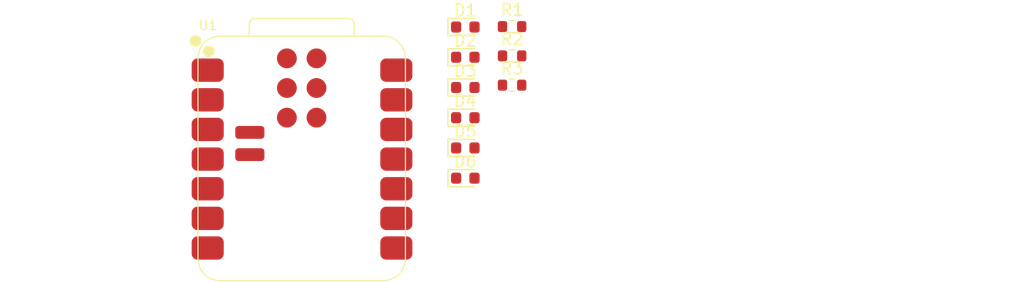
<source format=kicad_pcb>
(kicad_pcb (version 20240108) (generator "pcbnew") (generator_version "8.0")
  (layers (0 "F.Cu" signal) (31 "B.Cu" signal) (34 "B.Paste" user) (35 "F.Paste" user) (36 "B.SilkS" user "B.Silkscreen") (37 "F.SilkS" user "F.Silkscreen") (38 "B.Mask" user) (39 "F.Mask" user) (44 "Edge.Cuts" user))
  (net 0 "")
  (net 1 "Xiao_Esp32c3.pwr_out")
  (net 2 "Xiao_Esp32c3.gnd")
  (net 3 "Xiao_Esp32c3.vusb_out")
  (net 4 "CharlieplexedLedMatrix.led[0_0].k")
  (net 5 "CharlieplexedLedMatrix.led[0_1].k")
  (net 6 "CharlieplexedLedMatrix.led[0_2].k")
  (net 7 "Xiao_Esp32c3.gpio.gpio_14_1")
  (net 8 "Xiao_Esp32c3.gpio.gpio_14_2")
  (net 9 "Xiao_Esp32c3.gpio.gpio_14_0")
  (footprint "Resistor_SMD:R_0603_1608Metric" (layer "F.Cu") (at 111.2225 90.52)
    (property "Reference" "R2" (at 0 -1.43 0) (layer "F.SilkS"))
    (property "Value" "±1% 1/10W Thick Film Resistors 75V ±100ppm/℃ -55℃~+155℃ 1kΩ 0603 Chip Resistor - Surface Mount ROHS")
    (fp_line (start -0.237258 -0.5225) (end 0.237258 -0.5225) (stroke (width 0.12)) (layer "F.SilkS"))
    (fp_line (start -0.237258 0.5225) (end 0.237258 0.5225) (stroke (width 0.12)) (layer "F.SilkS"))
    (pad "1" smd roundrect (at -0.825 0) (size 0.8 0.95) (layers "F.Cu" "F.Paste" "F.Mask") (net 5 "CharlieplexedLedMatrix.led[0_1].k"))
    (pad "2" smd roundrect (at 0.825 0) (size 0.8 0.95) (layers "F.Cu" "F.Paste" "F.Mask") (net 7 "Xiao_Esp32c3.gpio.gpio_14_1"))
  )
  (footprint "LED_SMD:LED_0603_1608Metric" (layer "F.Cu") (at 107.2125 88.05)
    (property "Reference" "D1" (at 0 -1.43 0) (layer "F.SilkS"))
    (property "Value" "Red 615~630nm 1.9~2.2V 0603 Light Emitting Diodes (LED) RoHS")
    (fp_line (start -1.485 -0.735) (end -1.485 0.735) (stroke (width 0.12)) (layer "F.SilkS"))
    (fp_line (start -1.485 0.735) (end 0.8 0.735) (stroke (width 0.12)) (layer "F.SilkS"))
    (fp_line (start 0.8 -0.735) (end -1.485 -0.735) (stroke (width 0.12)) (layer "F.SilkS"))
    (pad "1" smd roundrect (at -0.7875 0) (size 0.875 0.95) (layers "F.Cu" "F.Paste" "F.Mask") (net 4 "CharlieplexedLedMatrix.led[0_0].k"))
    (pad "2" smd roundrect (at 0.7875 0) (size 0.875 0.95) (layers "F.Cu" "F.Paste" "F.Mask") (net 7 "Xiao_Esp32c3.gpio.gpio_14_1"))
  )
  (footprint "LED_SMD:LED_0603_1608Metric" (layer "F.Cu") (at 107.2125 98.41)
    (property "Reference" "D5" (at 0 -1.43 0) (layer "F.SilkS"))
    (property "Value" "Red 615~630nm 1.9~2.2V 0603 Light Emitting Diodes (LED) RoHS")
    (fp_line (start -1.485 -0.735) (end -1.485 0.735) (stroke (width 0.12)) (layer "F.SilkS"))
    (fp_line (start -1.485 0.735) (end 0.8 0.735) (stroke (width 0.12)) (layer "F.SilkS"))
    (fp_line (start 0.8 -0.735) (end -1.485 -0.735) (stroke (width 0.12)) (layer "F.SilkS"))
    (pad "1" smd roundrect (at -0.7875 0) (size 0.875 0.95) (layers "F.Cu" "F.Paste" "F.Mask") (net 6 "CharlieplexedLedMatrix.led[0_2].k"))
    (pad "2" smd roundrect (at 0.7875 0) (size 0.875 0.95) (layers "F.Cu" "F.Paste" "F.Mask") (net 9 "Xiao_Esp32c3.gpio.gpio_14_0"))
  )
  (footprint "LED_SMD:LED_0603_1608Metric" (layer "F.Cu") (at 107.2125 90.64)
    (property "Reference" "D2" (at 0 -1.43 0) (layer "F.SilkS"))
    (property "Value" "Red 615~630nm 1.9~2.2V 0603 Light Emitting Diodes (LED) RoHS")
    (fp_line (start -1.485 -0.735) (end -1.485 0.735) (stroke (width 0.12)) (layer "F.SilkS"))
    (fp_line (start -1.485 0.735) (end 0.8 0.735) (stroke (width 0.12)) (layer "F.SilkS"))
    (fp_line (start 0.8 -0.735) (end -1.485 -0.735) (stroke (width 0.12)) (layer "F.SilkS"))
    (pad "1" smd roundrect (at -0.7875 0) (size 0.875 0.95) (layers "F.Cu" "F.Paste" "F.Mask") (net 4 "CharlieplexedLedMatrix.led[0_0].k"))
    (pad "2" smd roundrect (at 0.7875 0) (size 0.875 0.95) (layers "F.Cu" "F.Paste" "F.Mask") (net 8 "Xiao_Esp32c3.gpio.gpio_14_2"))
  )
  (footprint "LED_SMD:LED_0603_1608Metric" (layer "F.Cu") (at 107.2125 101)
    (property "Reference" "D6" (at 0 -1.43 0) (layer "F.SilkS"))
    (property "Value" "Red 615~630nm 1.9~2.2V 0603 Light Emitting Diodes (LED) RoHS")
    (fp_line (start -1.485 -0.735) (end -1.485 0.735) (stroke (width 0.12)) (layer "F.SilkS"))
    (fp_line (start -1.485 0.735) (end 0.8 0.735) (stroke (width 0.12)) (layer "F.SilkS"))
    (fp_line (start 0.8 -0.735) (end -1.485 -0.735) (stroke (width 0.12)) (layer "F.SilkS"))
    (pad "1" smd roundrect (at -0.7875 0) (size 0.875 0.95) (layers "F.Cu" "F.Paste" "F.Mask") (net 6 "CharlieplexedLedMatrix.led[0_2].k"))
    (pad "2" smd roundrect (at 0.7875 0) (size 0.875 0.95) (layers "F.Cu" "F.Paste" "F.Mask") (net 7 "Xiao_Esp32c3.gpio.gpio_14_1"))
  )
  (footprint "Resistor_SMD:R_0603_1608Metric" (layer "F.Cu") (at 111.2225 88.01)
    (property "Reference" "R1" (at 0 -1.43 0) (layer "F.SilkS"))
    (property "Value" "±1% 1/10W Thick Film Resistors 75V ±100ppm/℃ -55℃~+155℃ 1kΩ 0603 Chip Resistor - Surface Mount ROHS")
    (fp_line (start -0.237258 -0.5225) (end 0.237258 -0.5225) (stroke (width 0.12)) (layer "F.SilkS"))
    (fp_line (start -0.237258 0.5225) (end 0.237258 0.5225) (stroke (width 0.12)) (layer "F.SilkS"))
    (pad "1" smd roundrect (at -0.825 0) (size 0.8 0.95) (layers "F.Cu" "F.Paste" "F.Mask") (net 4 "CharlieplexedLedMatrix.led[0_0].k"))
    (pad "2" smd roundrect (at 0.825 0) (size 0.8 0.95) (layers "F.Cu" "F.Paste" "F.Mask") (net 9 "Xiao_Esp32c3.gpio.gpio_14_0"))
  )
  (footprint "Seeed Studio XIAO Series Library:XIAO-ESP32C3-SMD" (layer "F.Cu") (at 93.1365 99.3255)
    (property "Reference" "U1" (at -8.835 -10.96 0) (layer "F.SilkS") (effects (font (size 0.78232 0.78232) (thickness 0.10668)) (justify left bottom)))
    (property "Value" "XIAO ESP32C3")
    (fp_line (start -8.835 8.553) (end -8.835 -8.592) (stroke (width 0.1)) (layer "F.SilkS"))
    (fp_line (start -6.93 10.458) (end 7.04 10.458) (stroke (width 0.1)) (layer "F.SilkS"))
    (fp_line (start -4.44 -10.497) (end -4.436272 -11.507272) (stroke (width 0.127)) (layer "F.SilkS"))
    (fp_line (start -3.936272 -12.007) (end 4.059 -12.007) (stroke (width 0.127)) (layer "F.SilkS"))
    (fp_line (start 4.559 -11.507) (end 4.559 -10.497) (stroke (width 0.127)) (layer "F.SilkS"))
    (fp_line (start 7.04 -10.497) (end -6.93 -10.497) (stroke (width 0.1)) (layer "F.SilkS"))
    (fp_line (start 8.945 8.553) (end 8.945 -8.592) (stroke (width 0.1)) (layer "F.SilkS"))
    (fp_arc (start -8.835 -8.596) (mid -8.277038 -9.943038) (end -6.93 -10.501) (stroke (width 0.1)) (layer "F.SilkS"))
    (fp_arc (start -6.93 10.458) (mid -8.277038 9.900038) (end -8.835 8.553) (stroke (width 0.1)) (layer "F.SilkS"))
    (fp_arc (start -4.436272 -11.507272) (mid -4.289724 -11.860644) (end -3.936272 -12.007) (stroke (width 0.127)) (layer "F.SilkS"))
    (fp_arc (start 4.059 -12.007) (mid 4.412553 -11.860553) (end 4.559 -11.507) (stroke (width 0.127)) (layer "F.SilkS"))
    (fp_arc (start 7.04 -10.497) (mid 8.387038 -9.939038) (end 8.945 -8.592) (stroke (width 0.1)) (layer "F.SilkS"))
    (fp_arc (start 8.945 8.553) (mid 8.387038 9.900038) (end 7.04 10.458) (stroke (width 0.1)) (layer "F.SilkS"))
    (fp_circle (center -9.045 -10.081) (end -9.045 -10.335) (stroke (width 0.5)) (fill solid) (layer "F.SilkS"))
    (fp_circle (center -7.902 -9.201) (end -7.902 -9.455) (stroke (width 0.5)) (fill solid) (layer "F.SilkS"))
    (pad "1" smd roundrect (at -8 -7.58) (size 2.75 2) (layers "F.Cu" "F.Paste" "F.Mask"))
    (pad "2" smd roundrect (at -8 -5.04) (size 2.75 2) (layers "F.Cu" "F.Paste" "F.Mask") (net 9 "Xiao_Esp32c3.gpio.gpio_14_0"))
    (pad "3" smd roundrect (at -8 -2.5) (size 2.75 2) (layers "F.Cu" "F.Paste" "F.Mask") (net 7 "Xiao_Esp32c3.gpio.gpio_14_1"))
    (pad "4" smd roundrect (at -8 0.04) (size 2.75 2) (layers "F.Cu" "F.Paste" "F.Mask") (net 8 "Xiao_Esp32c3.gpio.gpio_14_2"))
    (pad "5" smd roundrect (at -8 2.58) (size 2.75 2) (layers "F.Cu" "F.Paste" "F.Mask"))
    (pad "6" smd roundrect (at -8 5.12) (size 2.75 2) (layers "F.Cu" "F.Paste" "F.Mask"))
    (pad "7" smd roundrect (at -8 7.66) (size 2.75 2) (layers "F.Cu" "F.Paste" "F.Mask"))
    (pad "8" smd roundrect (at 8.165 7.66) (size 2.75 2) (layers "F.Cu" "F.Paste" "F.Mask"))
    (pad "9" smd roundrect (at 8.165 5.12) (size 2.75 2) (layers "F.Cu" "F.Paste" "F.Mask"))
    (pad "10" smd roundrect (at 8.165 2.58) (size 2.75 2) (layers "F.Cu" "F.Paste" "F.Mask"))
    (pad "11" smd roundrect (at 8.165 0.04) (size 2.75 2) (layers "F.Cu" "F.Paste" "F.Mask"))
    (pad "12" smd roundrect (at 8.165 -2.5) (size 2.75 2) (layers "F.Cu" "F.Paste" "F.Mask") (net 1 "Xiao_Esp32c3.pwr_out"))
    (pad "13" smd roundrect (at 8.165 -5.04) (size 2.75 2) (layers "F.Cu" "F.Paste" "F.Mask") (net 2 "Xiao_Esp32c3.gnd"))
    (pad "14" smd roundrect (at 8.165 -7.58) (size 2.75 2) (layers "F.Cu" "F.Paste" "F.Mask") (net 3 "Xiao_Esp32c3.vusb_out"))
    (pad "15" smd roundrect (at -4.39 -0.342 180) (size 2.5 1.1) (layers "F.Cu" "F.Paste" "F.Mask"))
    (pad "16" smd roundrect (at -4.39 -2.247 180) (size 2.5 1.1) (layers "F.Cu" "F.Paste" "F.Mask"))
    (pad "17" smd circle (at -1.215 -8.592) (size 1.7 1.7) (layers "F.Cu" "F.Paste" "F.Mask"))
    (pad "18" smd circle (at 1.325 -8.592) (size 1.7 1.7) (layers "F.Cu" "F.Paste" "F.Mask"))
    (pad "19" smd circle (at -1.215 -6.052) (size 1.7 1.7) (layers "F.Cu" "F.Paste" "F.Mask"))
    (pad "20" smd circle (at 1.325 -6.052) (size 1.7 1.7) (layers "F.Cu" "F.Paste" "F.Mask"))
    (pad "21" smd circle (at -1.215 -3.512) (size 1.7 1.7) (layers "F.Cu" "F.Paste" "F.Mask"))
    (pad "22" smd circle (at 1.325 -3.512) (size 1.7 1.7) (layers "F.Cu" "F.Paste" "F.Mask"))
  )
  (footprint "LED_SMD:LED_0603_1608Metric" (layer "F.Cu") (at 107.2125 93.23)
    (property "Reference" "D3" (at 0 -1.43 0) (layer "F.SilkS"))
    (property "Value" "Red 615~630nm 1.9~2.2V 0603 Light Emitting Diodes (LED) RoHS")
    (fp_line (start -1.485 -0.735) (end -1.485 0.735) (stroke (width 0.12)) (layer "F.SilkS"))
    (fp_line (start -1.485 0.735) (end 0.8 0.735) (stroke (width 0.12)) (layer "F.SilkS"))
    (fp_line (start 0.8 -0.735) (end -1.485 -0.735) (stroke (width 0.12)) (layer "F.SilkS"))
    (pad "1" smd roundrect (at -0.7875 0) (size 0.875 0.95) (layers "F.Cu" "F.Paste" "F.Mask") (net 5 "CharlieplexedLedMatrix.led[0_1].k"))
    (pad "2" smd roundrect (at 0.7875 0) (size 0.875 0.95) (layers "F.Cu" "F.Paste" "F.Mask") (net 9 "Xiao_Esp32c3.gpio.gpio_14_0"))
  )
  (footprint "LED_SMD:LED_0603_1608Metric" (layer "F.Cu") (at 107.2125 95.82)
    (property "Reference" "D4" (at 0 -1.43 0) (layer "F.SilkS"))
    (property "Value" "Red 615~630nm 1.9~2.2V 0603 Light Emitting Diodes (LED) RoHS")
    (fp_line (start -1.485 -0.735) (end -1.485 0.735) (stroke (width 0.12)) (layer "F.SilkS"))
    (fp_line (start -1.485 0.735) (end 0.8 0.735) (stroke (width 0.12)) (layer "F.SilkS"))
    (fp_line (start 0.8 -0.735) (end -1.485 -0.735) (stroke (width 0.12)) (layer "F.SilkS"))
    (pad "1" smd roundrect (at -0.7875 0) (size 0.875 0.95) (layers "F.Cu" "F.Paste" "F.Mask") (net 5 "CharlieplexedLedMatrix.led[0_1].k"))
    (pad "2" smd roundrect (at 0.7875 0) (size 0.875 0.95) (layers "F.Cu" "F.Paste" "F.Mask") (net 8 "Xiao_Esp32c3.gpio.gpio_14_2"))
  )
  (footprint "Resistor_SMD:R_0603_1608Metric" (layer "F.Cu") (at 111.2225 93.03)
    (property "Reference" "R3" (at 0 -1.43 0) (layer "F.SilkS"))
    (property "Value" "±1% 1/10W Thick Film Resistors 75V ±100ppm/℃ -55℃~+155℃ 1kΩ 0603 Chip Resistor - Surface Mount ROHS")
    (fp_line (start -0.237258 -0.5225) (end 0.237258 -0.5225) (stroke (width 0.12)) (layer "F.SilkS"))
    (fp_line (start -0.237258 0.5225) (end 0.237258 0.5225) (stroke (width 0.12)) (layer "F.SilkS"))
    (pad "1" smd roundrect (at -0.825 0) (size 0.8 0.95) (layers "F.Cu" "F.Paste" "F.Mask") (net 6 "CharlieplexedLedMatrix.led[0_2].k"))
    (pad "2" smd roundrect (at 0.825 0) (size 0.8 0.95) (layers "F.Cu" "F.Paste" "F.Mask") (net 8 "Xiao_Esp32c3.gpio.gpio_14_2"))
  )
)
</source>
